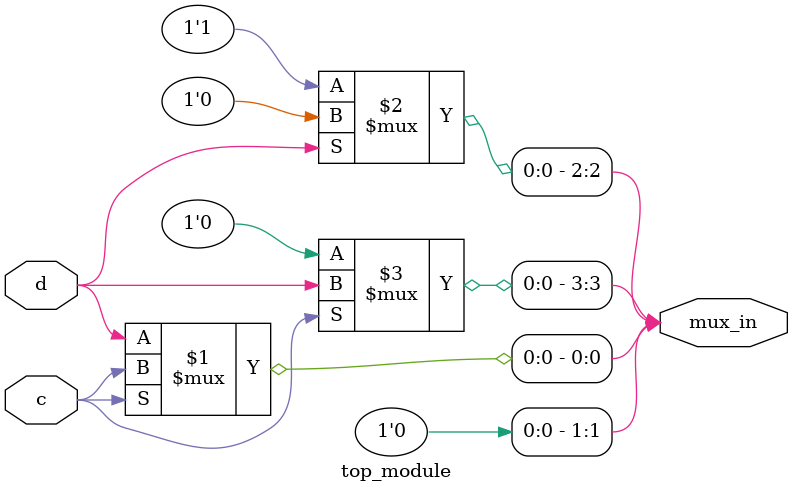
<source format=v>
module top_module (
    input c,
    input d,
    output [3:0] mux_in
);
  assign mux_in[0] = c ? c : d;
  assign mux_in[1] = 1'b0;
  assign mux_in[2] = d ? 1'b0 : 1'b1;
  assign mux_in[3] = c ? d : 1'b0;

endmodule

</source>
